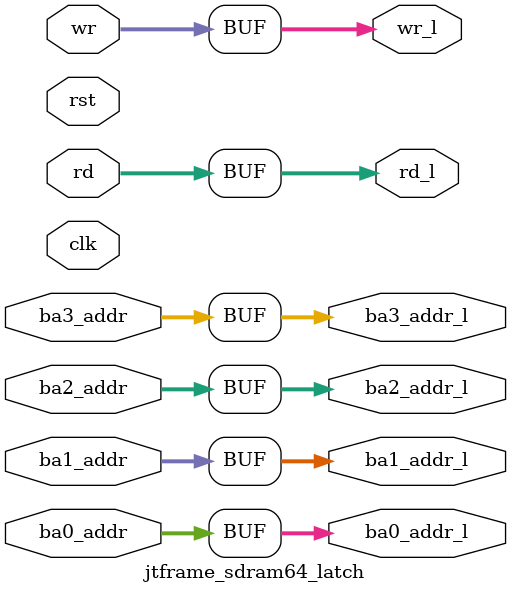
<source format=v>
/*  This file is part of JTFRAME.
    JTFRAME program is free software: you can redistribute it and/or modify
    it under the terms of the GNU General Public License as published by
    the Free Software Foundation, either version 3 of the License, or
    (at your option) any later version.

    JTFRAME program is distributed in the hope that it will be useful,
    but WITHOUT ANY WARRANTY; without even the implied warranty of
    MERCHANTABILITY or FITNESS FOR A PARTICULAR PURPOSE.  See the
    GNU General Public License for more details.

    You should have received a copy of the GNU General Public License
    along with JTFRAME.  If not, see <http://www.gnu.org/licenses/>.

    Author: Jose Tejada Gomez. Twitter: @topapate
    Version: 1.0
    Date: 29-4-2021 */

module jtframe_sdram64_latch #(parameter HF=0, AW=22)(
    input               rst,
    input               clk,
    input      [AW-1:0] ba0_addr,
    input      [AW-1:0] ba1_addr,
    input      [AW-1:0] ba2_addr,
    input      [AW-1:0] ba3_addr,
    output reg [AW-1:0] ba0_addr_l,
    output reg [AW-1:0] ba1_addr_l,
    output reg [AW-1:0] ba2_addr_l,
    output reg [AW-1:0] ba3_addr_l,
    input         [3:0] rd,
    input         [3:0] wr,
    output reg    [3:0] rd_l,
    output reg    [3:0] wr_l
);

generate
    if( HF==1 ) begin
        always @(posedge clk, posedge rst) begin
            if( rst ) begin
                ba0_addr_l <= 0;
                ba1_addr_l <= 0;
                ba2_addr_l <= 0;
                ba3_addr_l <= 0;
                wr_l       <= 0;
                rd_l       <= 0;
            end else begin
                ba0_addr_l <= ba0_addr;
                ba1_addr_l <= ba1_addr;
                ba2_addr_l <= ba2_addr;
                ba3_addr_l <= ba3_addr;
                wr_l       <= wr;
                rd_l       <= rd;
            end
        end
    end else begin
        always @(*) begin
                ba0_addr_l = ba0_addr;
                ba1_addr_l = ba1_addr;
                ba2_addr_l = ba2_addr;
                ba3_addr_l = ba3_addr;
                wr_l       = wr;
                rd_l       = rd;
        end
    end
endgenerate

endmodule

</source>
